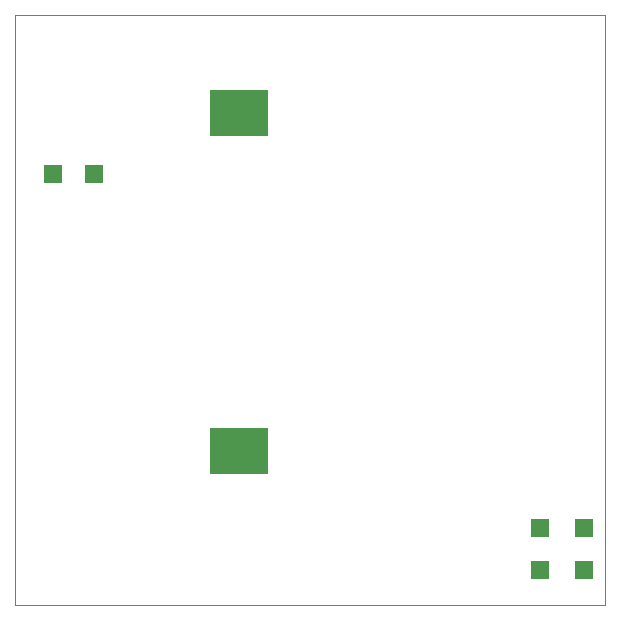
<source format=gbp>
G75*
%MOIN*%
%OFA0B0*%
%FSLAX24Y24*%
%IPPOS*%
%LPD*%
%AMOC8*
5,1,8,0,0,1.08239X$1,22.5*
%
%ADD10C,0.0000*%
%ADD11R,0.1969X0.1575*%
%ADD12R,0.0591X0.0591*%
D10*
X000500Y000500D02*
X000500Y020185D01*
X020185Y020185D01*
X020185Y000500D01*
X000500Y000500D01*
X000500Y020185D01*
X020185Y020185D01*
X020185Y000500D01*
X000500Y000500D01*
D11*
X007980Y005649D03*
X007980Y016899D03*
D12*
X003157Y014870D03*
X001780Y014870D03*
X017996Y003063D03*
X017996Y001685D03*
X019480Y001685D03*
X019480Y003063D03*
M02*

</source>
